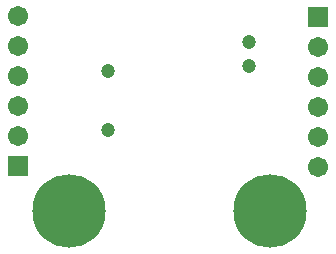
<source format=gbs>
G04*
G04 #@! TF.GenerationSoftware,Altium Limited,Altium Designer,18.1.9 (240)*
G04*
G04 Layer_Color=16711935*
%FSAX25Y25*%
%MOIN*%
G70*
G01*
G75*
%ADD19C,0.04737*%
%ADD20C,0.06706*%
%ADD21R,0.06706X0.06706*%
%ADD22C,0.24422*%
D19*
X0588559Y0240374D02*
D03*
X0541315Y0230532D02*
D03*
Y0210846D02*
D03*
X0588559Y0232500D02*
D03*
D20*
X0511500Y0248900D02*
D03*
Y0238900D02*
D03*
Y0228900D02*
D03*
Y0218900D02*
D03*
Y0208900D02*
D03*
X0611400Y0198700D02*
D03*
Y0208700D02*
D03*
Y0218700D02*
D03*
Y0228700D02*
D03*
Y0238700D02*
D03*
D21*
X0511500Y0198900D02*
D03*
X0611400Y0248700D02*
D03*
D22*
X0595500Y0183900D02*
D03*
X0528600D02*
D03*
M02*

</source>
